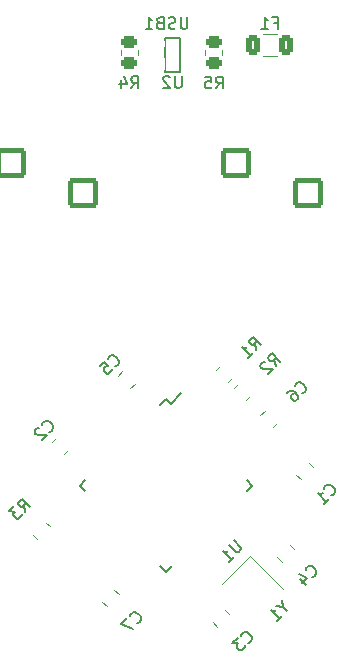
<source format=gbr>
%TF.GenerationSoftware,KiCad,Pcbnew,(6.0.10)*%
%TF.CreationDate,2023-01-18T13:12:32+09:00*%
%TF.ProjectId,3kpad,336b7061-642e-46b6-9963-61645f706362,rev?*%
%TF.SameCoordinates,Original*%
%TF.FileFunction,Legend,Bot*%
%TF.FilePolarity,Positive*%
%FSLAX46Y46*%
G04 Gerber Fmt 4.6, Leading zero omitted, Abs format (unit mm)*
G04 Created by KiCad (PCBNEW (6.0.10)) date 2023-01-18 13:12:32*
%MOMM*%
%LPD*%
G01*
G04 APERTURE LIST*
G04 Aperture macros list*
%AMRoundRect*
0 Rectangle with rounded corners*
0 $1 Rounding radius*
0 $2 $3 $4 $5 $6 $7 $8 $9 X,Y pos of 4 corners*
0 Add a 4 corners polygon primitive as box body*
4,1,4,$2,$3,$4,$5,$6,$7,$8,$9,$2,$3,0*
0 Add four circle primitives for the rounded corners*
1,1,$1+$1,$2,$3*
1,1,$1+$1,$4,$5*
1,1,$1+$1,$6,$7*
1,1,$1+$1,$8,$9*
0 Add four rect primitives between the rounded corners*
20,1,$1+$1,$2,$3,$4,$5,0*
20,1,$1+$1,$4,$5,$6,$7,0*
20,1,$1+$1,$6,$7,$8,$9,0*
20,1,$1+$1,$8,$9,$2,$3,0*%
%AMRotRect*
0 Rectangle, with rotation*
0 The origin of the aperture is its center*
0 $1 length*
0 $2 width*
0 $3 Rotation angle, in degrees counterclockwise*
0 Add horizontal line*
21,1,$1,$2,0,0,$3*%
G04 Aperture macros list end*
%ADD10C,0.150000*%
%ADD11C,0.120000*%
%ADD12C,3.000000*%
%ADD13C,3.987800*%
%ADD14C,1.701800*%
%ADD15RoundRect,0.200000X-1.075000X-1.050000X1.075000X-1.050000X1.075000X1.050000X-1.075000X1.050000X0*%
%ADD16RoundRect,0.250000X-0.159099X0.512652X-0.512652X0.159099X0.159099X-0.512652X0.512652X-0.159099X0*%
%ADD17C,0.650000*%
%ADD18R,0.600000X2.450000*%
%ADD19R,0.300000X2.450000*%
%ADD20R,0.700000X1.000000*%
%ADD21R,0.700000X0.600000*%
%ADD22RoundRect,0.250000X0.503814X0.132583X0.132583X0.503814X-0.503814X-0.132583X-0.132583X-0.503814X0*%
%ADD23RoundRect,0.250000X0.450000X-0.262500X0.450000X0.262500X-0.450000X0.262500X-0.450000X-0.262500X0*%
%ADD24RoundRect,0.250000X0.375000X0.625000X-0.375000X0.625000X-0.375000X-0.625000X0.375000X-0.625000X0*%
%ADD25RoundRect,0.250000X0.512652X0.159099X0.159099X0.512652X-0.512652X-0.159099X-0.159099X-0.512652X0*%
%ADD26RoundRect,0.250000X0.132583X-0.503814X0.503814X-0.132583X-0.132583X0.503814X-0.503814X0.132583X0*%
%ADD27RotRect,1.500000X0.550000X225.000000*%
%ADD28RotRect,1.500000X0.550000X135.000000*%
%ADD29RoundRect,0.250000X-0.132583X0.503814X-0.503814X0.132583X0.132583X-0.503814X0.503814X-0.132583X0*%
%ADD30RoundRect,0.250000X0.159099X-0.512652X0.512652X-0.159099X-0.159099X0.512652X-0.512652X0.159099X0*%
%ADD31RoundRect,0.250000X-0.512652X-0.159099X-0.159099X-0.512652X0.512652X0.159099X0.159099X0.512652X0*%
%ADD32RotRect,1.400000X1.200000X315.000000*%
G04 APERTURE END LIST*
D10*
%TO.C,C6*%
X146380389Y-94567186D02*
X146447732Y-94567186D01*
X146582419Y-94499842D01*
X146649763Y-94432499D01*
X146717106Y-94297811D01*
X146717106Y-94163124D01*
X146683435Y-94062109D01*
X146582419Y-93893750D01*
X146481404Y-93792735D01*
X146313045Y-93691720D01*
X146212030Y-93658048D01*
X146077343Y-93658048D01*
X145942656Y-93725392D01*
X145875312Y-93792735D01*
X145807969Y-93927422D01*
X145807969Y-93994766D01*
X145134534Y-94533514D02*
X145269221Y-94398827D01*
X145370236Y-94365155D01*
X145437580Y-94365155D01*
X145605938Y-94398827D01*
X145774297Y-94499842D01*
X146043671Y-94769216D01*
X146077343Y-94870231D01*
X146077343Y-94937575D01*
X146043671Y-95038590D01*
X145908984Y-95173277D01*
X145807969Y-95206949D01*
X145740625Y-95206949D01*
X145639610Y-95173277D01*
X145471251Y-95004918D01*
X145437580Y-94903903D01*
X145437580Y-94836560D01*
X145471251Y-94735544D01*
X145605938Y-94600857D01*
X145706954Y-94567186D01*
X145774297Y-94567186D01*
X145875312Y-94600857D01*
%TO.C,USB1*%
X136675595Y-62717380D02*
X136675595Y-63526904D01*
X136627976Y-63622142D01*
X136580357Y-63669761D01*
X136485119Y-63717380D01*
X136294642Y-63717380D01*
X136199404Y-63669761D01*
X136151785Y-63622142D01*
X136104166Y-63526904D01*
X136104166Y-62717380D01*
X135675595Y-63669761D02*
X135532738Y-63717380D01*
X135294642Y-63717380D01*
X135199404Y-63669761D01*
X135151785Y-63622142D01*
X135104166Y-63526904D01*
X135104166Y-63431666D01*
X135151785Y-63336428D01*
X135199404Y-63288809D01*
X135294642Y-63241190D01*
X135485119Y-63193571D01*
X135580357Y-63145952D01*
X135627976Y-63098333D01*
X135675595Y-63003095D01*
X135675595Y-62907857D01*
X135627976Y-62812619D01*
X135580357Y-62765000D01*
X135485119Y-62717380D01*
X135247023Y-62717380D01*
X135104166Y-62765000D01*
X134342261Y-63193571D02*
X134199404Y-63241190D01*
X134151785Y-63288809D01*
X134104166Y-63384047D01*
X134104166Y-63526904D01*
X134151785Y-63622142D01*
X134199404Y-63669761D01*
X134294642Y-63717380D01*
X134675595Y-63717380D01*
X134675595Y-62717380D01*
X134342261Y-62717380D01*
X134247023Y-62765000D01*
X134199404Y-62812619D01*
X134151785Y-62907857D01*
X134151785Y-63003095D01*
X134199404Y-63098333D01*
X134247023Y-63145952D01*
X134342261Y-63193571D01*
X134675595Y-63193571D01*
X133151785Y-63717380D02*
X133723214Y-63717380D01*
X133437500Y-63717380D02*
X133437500Y-62717380D01*
X133532738Y-62860238D01*
X133627976Y-62955476D01*
X133723214Y-63003095D01*
%TO.C,U2*%
X136194404Y-67716130D02*
X136194404Y-68525654D01*
X136146785Y-68620892D01*
X136099166Y-68668511D01*
X136003928Y-68716130D01*
X135813452Y-68716130D01*
X135718214Y-68668511D01*
X135670595Y-68620892D01*
X135622976Y-68525654D01*
X135622976Y-67716130D01*
X135194404Y-67811369D02*
X135146785Y-67763750D01*
X135051547Y-67716130D01*
X134813452Y-67716130D01*
X134718214Y-67763750D01*
X134670595Y-67811369D01*
X134622976Y-67906607D01*
X134622976Y-68001845D01*
X134670595Y-68144702D01*
X135242023Y-68716130D01*
X134622976Y-68716130D01*
%TO.C,R3*%
X122967732Y-104604530D02*
X122866717Y-104032110D01*
X123371793Y-104200469D02*
X122664687Y-103493362D01*
X122395312Y-103762736D01*
X122361641Y-103863751D01*
X122361641Y-103931095D01*
X122395312Y-104032110D01*
X122496328Y-104133125D01*
X122597343Y-104166797D01*
X122664687Y-104166797D01*
X122765702Y-104133125D01*
X123035076Y-103863751D01*
X122024923Y-104133125D02*
X121587190Y-104570858D01*
X122092267Y-104604530D01*
X121991251Y-104705545D01*
X121957580Y-104806561D01*
X121957580Y-104873904D01*
X121991251Y-104974919D01*
X122159610Y-105143278D01*
X122260625Y-105176950D01*
X122327969Y-105176950D01*
X122428984Y-105143278D01*
X122631015Y-104941248D01*
X122664687Y-104840232D01*
X122664687Y-104772889D01*
%TO.C,R4*%
X131930416Y-68744880D02*
X132263750Y-68268690D01*
X132501845Y-68744880D02*
X132501845Y-67744880D01*
X132120892Y-67744880D01*
X132025654Y-67792500D01*
X131978035Y-67840119D01*
X131930416Y-67935357D01*
X131930416Y-68078214D01*
X131978035Y-68173452D01*
X132025654Y-68221071D01*
X132120892Y-68268690D01*
X132501845Y-68268690D01*
X131073273Y-68078214D02*
X131073273Y-68744880D01*
X131311369Y-67697261D02*
X131549464Y-68411547D01*
X130930416Y-68411547D01*
%TO.C,F1*%
X144002083Y-63196071D02*
X144335416Y-63196071D01*
X144335416Y-63719880D02*
X144335416Y-62719880D01*
X143859226Y-62719880D01*
X142954464Y-63719880D02*
X143525892Y-63719880D01*
X143240178Y-63719880D02*
X143240178Y-62719880D01*
X143335416Y-62862738D01*
X143430654Y-62957976D01*
X143525892Y-63005595D01*
%TO.C,C3*%
X141810389Y-115687187D02*
X141877732Y-115687187D01*
X142012419Y-115619843D01*
X142079763Y-115552500D01*
X142147106Y-115417812D01*
X142147106Y-115283125D01*
X142113435Y-115182110D01*
X142012419Y-115013751D01*
X141911404Y-114912736D01*
X141743045Y-114811721D01*
X141642030Y-114778049D01*
X141507343Y-114778049D01*
X141372656Y-114845393D01*
X141305312Y-114912736D01*
X141237969Y-115047423D01*
X141237969Y-115114767D01*
X140934923Y-115283125D02*
X140497190Y-115720858D01*
X141002267Y-115754530D01*
X140901251Y-115855545D01*
X140867580Y-115956561D01*
X140867580Y-116023904D01*
X140901251Y-116124919D01*
X141069610Y-116293278D01*
X141170625Y-116326950D01*
X141237969Y-116326950D01*
X141338984Y-116293278D01*
X141541015Y-116091248D01*
X141574687Y-115990232D01*
X141574687Y-115922889D01*
%TO.C,R5*%
X139086666Y-68754880D02*
X139420000Y-68278690D01*
X139658095Y-68754880D02*
X139658095Y-67754880D01*
X139277142Y-67754880D01*
X139181904Y-67802500D01*
X139134285Y-67850119D01*
X139086666Y-67945357D01*
X139086666Y-68088214D01*
X139134285Y-68183452D01*
X139181904Y-68231071D01*
X139277142Y-68278690D01*
X139658095Y-68278690D01*
X138181904Y-67754880D02*
X138658095Y-67754880D01*
X138705714Y-68231071D01*
X138658095Y-68183452D01*
X138562857Y-68135833D01*
X138324761Y-68135833D01*
X138229523Y-68183452D01*
X138181904Y-68231071D01*
X138134285Y-68326309D01*
X138134285Y-68564404D01*
X138181904Y-68659642D01*
X138229523Y-68707261D01*
X138324761Y-68754880D01*
X138562857Y-68754880D01*
X138658095Y-68707261D01*
X138705714Y-68659642D01*
%TO.C,R2*%
X144147732Y-92294530D02*
X144046717Y-91722110D01*
X144551793Y-91890469D02*
X143844687Y-91183362D01*
X143575312Y-91452736D01*
X143541641Y-91553751D01*
X143541641Y-91621095D01*
X143575312Y-91722110D01*
X143676328Y-91823125D01*
X143777343Y-91856797D01*
X143844687Y-91856797D01*
X143945702Y-91823125D01*
X144215076Y-91553751D01*
X143238595Y-91924141D02*
X143171251Y-91924141D01*
X143070236Y-91957812D01*
X142901877Y-92126171D01*
X142868206Y-92227187D01*
X142868206Y-92294530D01*
X142901877Y-92395545D01*
X142969221Y-92462889D01*
X143103908Y-92530232D01*
X143912030Y-92530232D01*
X143474297Y-92967965D01*
%TO.C,U1*%
X140601522Y-107026526D02*
X141173942Y-107598946D01*
X141207614Y-107699961D01*
X141207614Y-107767305D01*
X141173942Y-107868320D01*
X141039255Y-108003007D01*
X140938240Y-108036679D01*
X140870896Y-108036679D01*
X140769881Y-108003007D01*
X140197461Y-107430587D01*
X140197461Y-108844801D02*
X140601522Y-108440740D01*
X140399492Y-108642770D02*
X139692385Y-107935664D01*
X139860744Y-107969335D01*
X139995431Y-107969335D01*
X140096446Y-107935664D01*
%TO.C,R1*%
X142527732Y-90904530D02*
X142426717Y-90332110D01*
X142931793Y-90500469D02*
X142224687Y-89793362D01*
X141955312Y-90062736D01*
X141921641Y-90163751D01*
X141921641Y-90231095D01*
X141955312Y-90332110D01*
X142056328Y-90433125D01*
X142157343Y-90466797D01*
X142224687Y-90466797D01*
X142325702Y-90433125D01*
X142595076Y-90163751D01*
X141854297Y-91577965D02*
X142258358Y-91173904D01*
X142056328Y-91375935D02*
X141349221Y-90668828D01*
X141517580Y-90702500D01*
X141652267Y-90702500D01*
X141753282Y-90668828D01*
%TO.C,C2*%
X124980389Y-97817187D02*
X125047732Y-97817187D01*
X125182419Y-97749843D01*
X125249763Y-97682500D01*
X125317106Y-97547812D01*
X125317106Y-97413125D01*
X125283435Y-97312110D01*
X125182419Y-97143751D01*
X125081404Y-97042736D01*
X124913045Y-96941721D01*
X124812030Y-96908049D01*
X124677343Y-96908049D01*
X124542656Y-96975393D01*
X124475312Y-97042736D01*
X124407969Y-97177423D01*
X124407969Y-97244767D01*
X124138595Y-97514141D02*
X124071251Y-97514141D01*
X123970236Y-97547812D01*
X123801877Y-97716171D01*
X123768206Y-97817187D01*
X123768206Y-97884530D01*
X123801877Y-97985545D01*
X123869221Y-98052889D01*
X124003908Y-98120232D01*
X124812030Y-98120232D01*
X124374297Y-98557965D01*
%TO.C,C7*%
X132430389Y-114017187D02*
X132497732Y-114017187D01*
X132632419Y-113949843D01*
X132699763Y-113882500D01*
X132767106Y-113747812D01*
X132767106Y-113613125D01*
X132733435Y-113512110D01*
X132632419Y-113343751D01*
X132531404Y-113242736D01*
X132363045Y-113141721D01*
X132262030Y-113108049D01*
X132127343Y-113108049D01*
X131992656Y-113175393D01*
X131925312Y-113242736D01*
X131857969Y-113377423D01*
X131857969Y-113444767D01*
X131554923Y-113613125D02*
X131083519Y-114084530D01*
X132093671Y-114488591D01*
%TO.C,C5*%
X130530389Y-92277187D02*
X130597732Y-92277187D01*
X130732419Y-92209843D01*
X130799763Y-92142500D01*
X130867106Y-92007812D01*
X130867106Y-91873125D01*
X130833435Y-91772110D01*
X130732419Y-91603751D01*
X130631404Y-91502736D01*
X130463045Y-91401721D01*
X130362030Y-91368049D01*
X130227343Y-91368049D01*
X130092656Y-91435393D01*
X130025312Y-91502736D01*
X129957969Y-91637423D01*
X129957969Y-91704767D01*
X129250862Y-92277187D02*
X129587580Y-91940469D01*
X129957969Y-92243515D01*
X129890625Y-92243515D01*
X129789610Y-92277187D01*
X129621251Y-92445545D01*
X129587580Y-92546561D01*
X129587580Y-92613904D01*
X129621251Y-92714919D01*
X129789610Y-92883278D01*
X129890625Y-92916950D01*
X129957969Y-92916950D01*
X130058984Y-92883278D01*
X130227343Y-92714919D01*
X130261015Y-92613904D01*
X130261015Y-92546561D01*
%TO.C,C4*%
X147260389Y-110107187D02*
X147327732Y-110107187D01*
X147462419Y-110039843D01*
X147529763Y-109972500D01*
X147597106Y-109837812D01*
X147597106Y-109703125D01*
X147563435Y-109602110D01*
X147462419Y-109433751D01*
X147361404Y-109332736D01*
X147193045Y-109231721D01*
X147092030Y-109198049D01*
X146957343Y-109198049D01*
X146822656Y-109265393D01*
X146755312Y-109332736D01*
X146687969Y-109467423D01*
X146687969Y-109534767D01*
X146250236Y-110309217D02*
X146721641Y-110780622D01*
X146149221Y-109871484D02*
X146822656Y-110208202D01*
X146384923Y-110645935D01*
%TO.C,Y1*%
X144799881Y-112678946D02*
X145136599Y-113015664D01*
X144665194Y-112072855D02*
X144799881Y-112678946D01*
X144193790Y-112544259D01*
X144294805Y-113857457D02*
X144698866Y-113453396D01*
X144496835Y-113655427D02*
X143789729Y-112948320D01*
X143958087Y-112981992D01*
X144092774Y-112981992D01*
X144193790Y-112948320D01*
%TO.C,C1*%
X148842331Y-103213246D02*
X148909674Y-103213246D01*
X149044361Y-103145902D01*
X149111705Y-103078559D01*
X149179048Y-102943871D01*
X149179048Y-102809184D01*
X149145377Y-102708169D01*
X149044361Y-102539810D01*
X148943346Y-102438795D01*
X148774987Y-102337780D01*
X148673972Y-102304108D01*
X148539285Y-102304108D01*
X148404598Y-102371452D01*
X148337254Y-102438795D01*
X148269911Y-102573482D01*
X148269911Y-102640826D01*
X148236239Y-103954024D02*
X148640300Y-103549963D01*
X148438270Y-103751994D02*
X147731163Y-103044887D01*
X147899522Y-103078559D01*
X148034209Y-103078559D01*
X148135224Y-103044887D01*
D11*
%TO.C,C6*%
X144281215Y-97080498D02*
X143911748Y-97449965D01*
X143241768Y-96041051D02*
X142872301Y-96410518D01*
D10*
%TO.C,U2*%
X134800000Y-67362500D02*
X134800000Y-64462500D01*
X136100000Y-67362500D02*
X134800000Y-67362500D01*
X134800000Y-64462500D02*
X136100000Y-64462500D01*
X136100000Y-67362500D02*
X136100000Y-64462500D01*
D11*
%TO.C,R3*%
X123971846Y-106883569D02*
X123650729Y-106562452D01*
X125011293Y-105844122D02*
X124690176Y-105523005D01*
%TO.C,R4*%
X131027500Y-65952064D02*
X131027500Y-65497936D01*
X132497500Y-65952064D02*
X132497500Y-65497936D01*
%TO.C,F1*%
X144270814Y-65997500D02*
X143066686Y-65997500D01*
X144270814Y-64177500D02*
X143066686Y-64177500D01*
%TO.C,C3*%
X140225006Y-113279660D02*
X139855539Y-112910193D01*
X139185559Y-114319107D02*
X138816092Y-113949640D01*
%TO.C,R5*%
X139641250Y-65952064D02*
X139641250Y-65497936D01*
X138171250Y-65952064D02*
X138171250Y-65497936D01*
%TO.C,R2*%
X140607218Y-94097085D02*
X140928335Y-93775968D01*
X141646665Y-95136532D02*
X141967782Y-94815415D01*
D10*
%TO.C,U1*%
X134875741Y-95075195D02*
X134398444Y-95552492D01*
X142194296Y-102393750D02*
X141716999Y-101916453D01*
X135282327Y-95481781D02*
X136183889Y-94580220D01*
X142194296Y-102393750D02*
X141716999Y-102871047D01*
X127557186Y-102393750D02*
X128034483Y-101916453D01*
X134875741Y-109712305D02*
X134398444Y-109235008D01*
X134875741Y-109712305D02*
X135353038Y-109235008D01*
X134875741Y-95075195D02*
X135282327Y-95481781D01*
X127557186Y-102393750D02*
X128034483Y-102871047D01*
D11*
%TO.C,R1*%
X140447502Y-93295135D02*
X140126385Y-93616252D01*
X139408055Y-92255688D02*
X139086938Y-92576805D01*
%TO.C,C2*%
X125186609Y-98695583D02*
X125556076Y-98326116D01*
X126226056Y-99735030D02*
X126595523Y-99365563D01*
%TO.C,C7*%
X130509990Y-111214293D02*
X130879457Y-111583760D01*
X129470543Y-112253740D02*
X129840010Y-112623207D01*
%TO.C,C5*%
X131173155Y-92709037D02*
X130803688Y-93078504D01*
X132212602Y-93748484D02*
X131843135Y-94117951D01*
%TO.C,C4*%
X144305008Y-108451885D02*
X144674475Y-108821352D01*
X145344455Y-107412438D02*
X145713922Y-107781905D01*
%TO.C,Y1*%
X139626615Y-110680158D02*
X141960068Y-108346705D01*
X141960068Y-108346705D02*
X144788495Y-111175132D01*
%TO.C,C1*%
X145909484Y-101493048D02*
X146278951Y-101862515D01*
X146948931Y-100453601D02*
X147318398Y-100823068D01*
%TD*%
%LPC*%
D12*
%TO.C,SW2*%
X137477500Y-75088750D03*
X131127500Y-77628750D03*
D13*
X134937500Y-80168750D03*
D14*
X140017500Y-80168750D03*
X129857500Y-80168750D03*
D15*
X127852500Y-77628750D03*
X140779500Y-75088750D03*
%TD*%
D12*
%TO.C,SW1*%
X112077500Y-77628750D03*
X118427500Y-75088750D03*
D13*
X115887500Y-80168750D03*
D14*
X120967500Y-80168750D03*
X110807500Y-80168750D03*
D15*
X108802500Y-77628750D03*
X121729500Y-75088750D03*
%TD*%
D12*
%TO.C,SW3*%
X156527500Y-75088750D03*
D14*
X148907500Y-80168750D03*
X159067500Y-80168750D03*
D12*
X150177500Y-77628750D03*
D13*
X153987500Y-80168750D03*
D15*
X146902500Y-77628750D03*
X159829500Y-75088750D03*
%TD*%
D16*
%TO.C,C6*%
X144248509Y-96073757D03*
X142905007Y-97417259D03*
%TD*%
D17*
%TO.C,USB1*%
X132047500Y-59315000D03*
X137827500Y-59315000D03*
D18*
X131712500Y-61260000D03*
X132487500Y-61260000D03*
D19*
X133187500Y-61260000D03*
X133687500Y-61260000D03*
X134187500Y-61260000D03*
X134687500Y-61260000D03*
X135187500Y-61260000D03*
X135687500Y-61260000D03*
X136187500Y-61260000D03*
X136687500Y-61260000D03*
D18*
X137387500Y-61260000D03*
X138162500Y-61260000D03*
%TD*%
D20*
%TO.C,U2*%
X134450000Y-66662500D03*
D21*
X134450000Y-64962500D03*
X136450000Y-64962500D03*
X136450000Y-66862500D03*
%TD*%
D22*
%TO.C,R3*%
X124976246Y-106848522D03*
X123685776Y-105558052D03*
%TD*%
D23*
%TO.C,R4*%
X131762500Y-66637500D03*
X131762500Y-64812500D03*
%TD*%
D24*
%TO.C,F1*%
X145068750Y-65087500D03*
X142268750Y-65087500D03*
%TD*%
D25*
%TO.C,C3*%
X140192300Y-114286401D03*
X138848798Y-112942899D03*
%TD*%
D23*
%TO.C,R5*%
X138906250Y-66637500D03*
X138906250Y-64812500D03*
%TD*%
D26*
%TO.C,R2*%
X140642265Y-95101485D03*
X141932735Y-93811015D03*
%TD*%
D27*
%TO.C,U1*%
X136077823Y-95534814D03*
X136643508Y-96100500D03*
X137209193Y-96666185D03*
X137774879Y-97231870D03*
X138340564Y-97797556D03*
X138906250Y-98363241D03*
X139471935Y-98928927D03*
X140037621Y-99494612D03*
X140603306Y-100060298D03*
X141168991Y-100625983D03*
X141734677Y-101191668D03*
D28*
X141734677Y-103595832D03*
X141168991Y-104161517D03*
X140603306Y-104727202D03*
X140037621Y-105292888D03*
X139471935Y-105858573D03*
X138906250Y-106424259D03*
X138340564Y-106989944D03*
X137774879Y-107555630D03*
X137209193Y-108121315D03*
X136643508Y-108687000D03*
X136077823Y-109252686D03*
D27*
X133673659Y-109252686D03*
X133107974Y-108687000D03*
X132542289Y-108121315D03*
X131976603Y-107555630D03*
X131410918Y-106989944D03*
X130845232Y-106424259D03*
X130279547Y-105858573D03*
X129713861Y-105292888D03*
X129148176Y-104727202D03*
X128582491Y-104161517D03*
X128016805Y-103595832D03*
D28*
X128016805Y-101191668D03*
X128582491Y-100625983D03*
X129148176Y-100060298D03*
X129713861Y-99494612D03*
X130279547Y-98928927D03*
X130845232Y-98363241D03*
X131410918Y-97797556D03*
X131976603Y-97231870D03*
X132542289Y-96666185D03*
X133107974Y-96100500D03*
X133673659Y-95534814D03*
%TD*%
D29*
%TO.C,R1*%
X140412455Y-92290735D03*
X139121985Y-93581205D03*
%TD*%
D30*
%TO.C,C2*%
X125219315Y-99702324D03*
X126562817Y-98358822D03*
%TD*%
D31*
%TO.C,C7*%
X129503249Y-111246999D03*
X130846751Y-112590501D03*
%TD*%
D16*
%TO.C,C5*%
X132179896Y-92741743D03*
X130836394Y-94085245D03*
%TD*%
D31*
%TO.C,C4*%
X144337714Y-107445144D03*
X145681216Y-108788646D03*
%TD*%
D32*
%TO.C,Y1*%
X142030778Y-109548787D03*
X143586413Y-111104422D03*
X142384332Y-112306503D03*
X140828697Y-110750868D03*
%TD*%
D31*
%TO.C,C1*%
X145942190Y-100486307D03*
X147285692Y-101829809D03*
%TD*%
M02*

</source>
